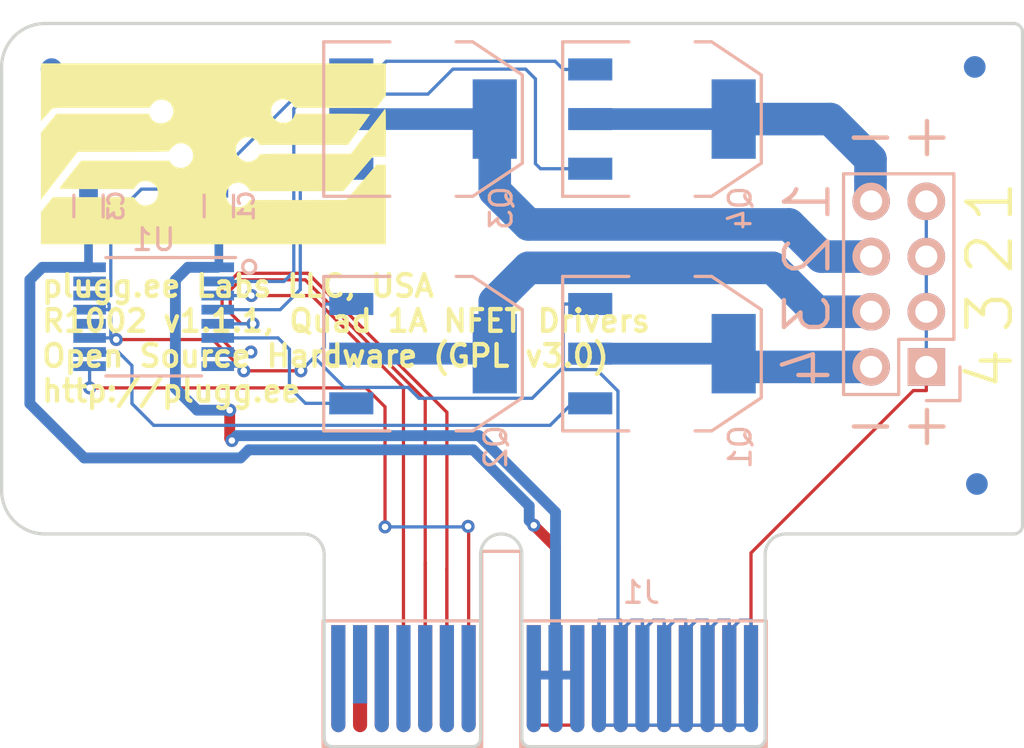
<source format=kicad_pcb>
(kicad_pcb (version 20171130) (host pcbnew "(5.1.12)-1")

  (general
    (thickness 1.6)
    (drawings 39)
    (tracks 352)
    (zones 0)
    (modules 13)
    (nets 26)
  )

  (page A4)
  (layers
    (0 F.Cu signal)
    (31 B.Cu signal)
    (32 B.Adhes user)
    (33 F.Adhes user hide)
    (34 B.Paste user)
    (35 F.Paste user)
    (36 B.SilkS user)
    (37 F.SilkS user)
    (38 B.Mask user hide)
    (39 F.Mask user hide)
    (40 Dwgs.User user)
    (41 Cmts.User user)
    (42 Eco1.User user)
    (43 Eco2.User user)
    (44 Edge.Cuts user)
    (45 Margin user)
    (46 B.CrtYd user)
    (47 F.CrtYd user)
    (48 B.Fab user)
    (49 F.Fab user)
  )

  (setup
    (last_trace_width 0.15)
    (user_trace_width 0.2)
    (user_trace_width 0.3)
    (user_trace_width 0.4)
    (user_trace_width 0.5)
    (user_trace_width 1)
    (user_trace_width 1.5)
    (trace_clearance 0.15)
    (zone_clearance 0.22)
    (zone_45_only yes)
    (trace_min 0.15)
    (via_size 0.6)
    (via_drill 0.3)
    (via_min_size 0.6)
    (via_min_drill 0.3)
    (uvia_size 0.3)
    (uvia_drill 0.1)
    (uvias_allowed no)
    (uvia_min_size 0.2)
    (uvia_min_drill 0.1)
    (edge_width 0.15)
    (segment_width 0.2)
    (pcb_text_width 0.3)
    (pcb_text_size 1.5 1.5)
    (mod_edge_width 0.15)
    (mod_text_size 1 1)
    (mod_text_width 0.15)
    (pad_size 1.524 1.524)
    (pad_drill 0.762)
    (pad_to_mask_clearance 0)
    (aux_axis_origin 0 0)
    (visible_elements 7FFFFFFF)
    (pcbplotparams
      (layerselection 0x010fc_80000001)
      (usegerberextensions false)
      (usegerberattributes true)
      (usegerberadvancedattributes true)
      (creategerberjobfile true)
      (excludeedgelayer true)
      (linewidth 0.100000)
      (plotframeref false)
      (viasonmask false)
      (mode 1)
      (useauxorigin false)
      (hpglpennumber 1)
      (hpglpenspeed 20)
      (hpglpendiameter 15.000000)
      (psnegative false)
      (psa4output false)
      (plotreference true)
      (plotvalue true)
      (plotinvisibletext false)
      (padsonsilk false)
      (subtractmaskfromsilk false)
      (outputformat 1)
      (mirror false)
      (drillshape 0)
      (scaleselection 1)
      (outputdirectory "Gerbers/"))
  )

  (net 0 "")
  (net 1 C2D)
  (net 2 GND)
  (net 3 +3V3)
  (net 4 ID2)
  (net 5 ID3)
  (net 6 RESERVED0)
  (net 7 ID0)
  (net 8 ID1)
  (net 9 HT)
  (net 10 +5V)
  (net 11 PX3)
  (net 12 PX4)
  (net 13 SCL)
  (net 14 SDA)
  (net 15 ~MRESET)
  (net 16 PX1)
  (net 17 PX2)
  (net 18 /GN4)
  (net 19 /GN3)
  (net 20 /GN2)
  (net 21 /GN1)
  (net 22 /DN1)
  (net 23 /DN2)
  (net 24 /DN3)
  (net 25 /DN4)

  (net_class Default "This is the default net class."
    (clearance 0.15)
    (trace_width 0.15)
    (via_dia 0.6)
    (via_drill 0.3)
    (uvia_dia 0.3)
    (uvia_drill 0.1)
    (add_net +3V3)
    (add_net +5V)
    (add_net /DN1)
    (add_net /DN2)
    (add_net /DN3)
    (add_net /DN4)
    (add_net /GN1)
    (add_net /GN2)
    (add_net /GN3)
    (add_net /GN4)
    (add_net C2D)
    (add_net GND)
    (add_net HT)
    (add_net ID0)
    (add_net ID1)
    (add_net ID2)
    (add_net ID3)
    (add_net PX1)
    (add_net PX2)
    (add_net PX3)
    (add_net PX4)
    (add_net RESERVED0)
    (add_net SCL)
    (add_net SDA)
    (add_net ~MRESET)
  )

  (module Main:PCIEXPRESS-X1 (layer B.Cu) (tedit 575B4175) (tstamp 575B4241)
    (at 150 100 180)
    (path /575CF2BC)
    (fp_text reference J1 (at -4.445 3.81 180) (layer B.SilkS)
      (effects (font (size 1 1) (thickness 0.15)) (justify mirror))
    )
    (fp_text value PCIEXPRESS-X1 (at 6.985 3.81 180) (layer B.Fab) hide
      (effects (font (size 1 1) (thickness 0.15)) (justify mirror))
    )
    (fp_line (start 1.09982 2.49936) (end 1.09982 5.69976) (layer B.SilkS) (width 0.15))
    (fp_line (start 1.09982 5.69976) (end 2.90068 5.69976) (layer B.SilkS) (width 0.15))
    (fp_line (start 2.90068 5.69976) (end 2.90068 2.49936) (layer B.SilkS) (width 0.15))
    (fp_line (start -10.20064 2.49936) (end 1.09982 2.49936) (layer B.SilkS) (width 0.15))
    (fp_line (start 1.09982 2.49936) (end 1.09982 -3.29946) (layer B.SilkS) (width 0.15))
    (fp_line (start 1.09982 -3.29946) (end -10.20064 -3.29946) (layer B.SilkS) (width 0.15))
    (fp_line (start -10.20064 -3.29946) (end -10.20064 2.49936) (layer B.SilkS) (width 0.15))
    (fp_line (start 10.20064 2.49936) (end 2.90068 2.49936) (layer B.SilkS) (width 0.15))
    (fp_line (start 2.90068 -3.29946) (end 10.20064 -3.29946) (layer B.SilkS) (width 0.15))
    (fp_line (start 2.90068 2.49936) (end 2.90068 -3.29946) (layer B.SilkS) (width 0.15))
    (fp_line (start 10.20064 2.49936) (end 10.20064 -3.29946) (layer B.SilkS) (width 0.15))
    (pad B18 connect circle (at 9.4996 -2.30124 180) (size 0.65024 0.65024) (layers B.Cu B.Mask)
      (net 1 C2D))
    (pad B1 connect rect (at -9.4996 0 180) (size 0.65024 4.59994) (layers B.Cu B.Mask)
      (net 2 GND))
    (pad B2 connect rect (at -8.49884 0 180) (size 0.65024 4.59994) (layers B.Cu B.Mask)
      (net 2 GND))
    (pad B3 connect rect (at -7.50062 0 180) (size 0.65024 4.59994) (layers B.Cu B.Mask)
      (net 2 GND))
    (pad B4 connect rect (at -6.49986 0 180) (size 0.65024 4.59994) (layers B.Cu B.Mask)
      (net 2 GND))
    (pad B5 connect rect (at -5.4991 0 180) (size 0.65024 4.59994) (layers B.Cu B.Mask)
      (net 2 GND))
    (pad B6 connect rect (at -4.50088 0 180) (size 0.65024 4.59994) (layers B.Cu B.Mask)
      (net 2 GND))
    (pad B7 connect rect (at -3.50012 0 180) (size 0.65024 4.59994) (layers B.Cu B.Mask)
      (net 2 GND))
    (pad B8 connect rect (at -2.49936 0 180) (size 0.65024 4.59994) (layers B.Cu B.Mask)
      (net 2 GND))
    (pad B9 connect rect (at -1.50114 0 180) (size 0.65024 4.59994) (layers B.Cu B.Mask)
      (net 3 +3V3))
    (pad B10 connect rect (at -0.50038 0 180) (size 0.65024 4.59994) (layers B.Cu B.Mask)
      (net 3 +3V3))
    (pad B11 connect rect (at 0.50038 0 180) (size 0.65024 4.59994) (layers B.Cu B.Mask)
      (net 3 +3V3))
    (pad B14 connect rect (at 5.4991 0 180) (size 0.65024 4.59994) (layers B.Cu B.Mask)
      (net 4 ID2))
    (pad B15 connect rect (at 6.49986 0 180) (size 0.65024 4.59994) (layers B.Cu B.Mask)
      (net 5 ID3))
    (pad B16 connect rect (at 7.50062 0 180) (size 0.65024 4.59994) (layers B.Cu B.Mask)
      (net 6 RESERVED0))
    (pad B17 connect rect (at 8.49884 0.50038 180) (size 0.65024 3.59918) (layers B.Cu B.Mask))
    (pad B18 connect rect (at 9.4996 0 180) (size 0.65024 4.59994) (layers B.Cu B.Mask)
      (net 1 C2D))
    (pad B12 connect rect (at 3.50012 0 180) (size 0.65024 4.59994) (layers B.Cu B.Mask)
      (net 7 ID0))
    (pad B13 connect rect (at 4.50088 0 180) (size 0.65024 4.59994) (layers B.Cu B.Mask)
      (net 8 ID1))
    (pad A1 connect rect (at -9.4996 0.50038 180) (size 0.65024 3.59918) (layers F.Cu F.Mask)
      (net 9 HT))
    (pad A2 connect rect (at -8.49884 0 180) (size 0.65024 4.59994) (layers F.Cu F.Mask)
      (net 9 HT))
    (pad A3 connect rect (at -7.50062 0 180) (size 0.65024 4.59994) (layers F.Cu F.Mask)
      (net 9 HT))
    (pad A4 connect rect (at -6.49986 0 180) (size 0.65024 4.59994) (layers F.Cu F.Mask)
      (net 9 HT))
    (pad A5 connect rect (at -5.4991 0 180) (size 0.65024 4.59994) (layers F.Cu F.Mask)
      (net 9 HT))
    (pad A6 connect rect (at -4.50088 0 180) (size 0.65024 4.59994) (layers F.Cu F.Mask)
      (net 9 HT))
    (pad A7 connect rect (at -3.50012 0 180) (size 0.65024 4.59994) (layers F.Cu F.Mask)
      (net 9 HT))
    (pad A8 connect rect (at -2.49936 0 180) (size 0.65024 4.59994) (layers F.Cu F.Mask)
      (net 9 HT))
    (pad A9 connect rect (at -1.50114 0 180) (size 0.65024 4.59994) (layers F.Cu F.Mask)
      (net 10 +5V))
    (pad A10 connect rect (at -0.50038 0 180) (size 0.65024 4.59994) (layers F.Cu F.Mask)
      (net 10 +5V))
    (pad A11 connect rect (at 0.50038 0 180) (size 0.65024 4.59994) (layers F.Cu F.Mask)
      (net 10 +5V))
    (pad A14 connect rect (at 5.4991 0 180) (size 0.65024 4.59994) (layers F.Cu F.Mask)
      (net 11 PX3))
    (pad A15 connect rect (at 6.49986 0 180) (size 0.65024 4.59994) (layers F.Cu F.Mask)
      (net 12 PX4))
    (pad A16 connect rect (at 7.50062 0 180) (size 0.65024 4.59994) (layers F.Cu F.Mask)
      (net 13 SCL))
    (pad A17 connect rect (at 8.49884 0 180) (size 0.65024 4.59994) (layers F.Cu F.Mask)
      (net 14 SDA))
    (pad A18 connect rect (at 9.4996 0 180) (size 0.65024 4.59994) (layers F.Cu F.Mask)
      (net 15 ~MRESET))
    (pad A12 connect rect (at 3.50012 0 180) (size 0.65024 4.59994) (layers F.Cu F.Mask)
      (net 16 PX1))
    (pad A13 connect rect (at 4.50088 0 180) (size 0.65024 4.59994) (layers F.Cu F.Mask)
      (net 17 PX2))
    (pad B3 connect circle (at -7.50062 -2.30124 180) (size 0.65024 0.65024) (layers B.Cu B.Mask)
      (net 2 GND))
    (pad B4 connect circle (at -6.49986 -2.30124 180) (size 0.65024 0.65024) (layers B.Cu B.Mask)
      (net 2 GND))
    (pad B5 connect circle (at -5.4991 -2.30124 180) (size 0.65024 0.65024) (layers B.Cu B.Mask)
      (net 2 GND))
    (pad B6 connect circle (at -4.50088 -2.30124 180) (size 0.65024 0.65024) (layers B.Cu B.Mask)
      (net 2 GND))
    (pad B7 connect circle (at -3.50012 -2.30124 180) (size 0.65024 0.65024) (layers B.Cu B.Mask)
      (net 2 GND))
    (pad B8 connect circle (at -2.49936 -2.30124 180) (size 0.65024 0.65024) (layers B.Cu B.Mask)
      (net 2 GND))
    (pad B9 connect circle (at -1.50114 -2.30124 180) (size 0.65024 0.65024) (layers B.Cu B.Mask)
      (net 3 +3V3))
    (pad B10 connect circle (at -0.50038 -2.30124 180) (size 0.65024 0.65024) (layers B.Cu B.Mask)
      (net 3 +3V3))
    (pad B11 connect circle (at 0.50038 -2.30124 180) (size 0.65024 0.65024) (layers B.Cu B.Mask)
      (net 3 +3V3))
    (pad B1 connect circle (at -9.4996 -2.30124 180) (size 0.65024 0.65024) (layers B.Cu B.Mask)
      (net 2 GND))
    (pad B12 connect circle (at 3.50012 -2.30124 180) (size 0.65024 0.65024) (layers B.Cu B.Mask)
      (net 7 ID0))
    (pad B13 connect circle (at 4.50088 -2.30124 180) (size 0.65024 0.65024) (layers B.Cu B.Mask)
      (net 8 ID1))
    (pad B14 connect circle (at 5.4991 -2.30124 180) (size 0.65024 0.65024) (layers B.Cu B.Mask)
      (net 4 ID2))
    (pad B15 connect circle (at 6.49986 -2.30124 180) (size 0.65024 0.65024) (layers B.Cu B.Mask)
      (net 5 ID3))
    (pad B16 connect circle (at 7.50062 -2.30124 180) (size 0.65024 0.65024) (layers B.Cu B.Mask)
      (net 6 RESERVED0))
    (pad B2 connect circle (at -8.49884 -2.30124 180) (size 0.65024 0.65024) (layers B.Cu B.Mask)
      (net 2 GND))
    (pad A4 connect oval (at -6.49986 -2.30124 90) (size 0.65024 0.65024) (layers F.Cu F.Mask)
      (net 9 HT))
    (pad A5 connect oval (at -5.4991 -2.30124 90) (size 0.65024 0.65024) (layers F.Cu F.Mask)
      (net 9 HT))
    (pad A6 connect oval (at -4.50088 -2.30124 90) (size 0.65024 0.65024) (layers F.Cu F.Mask)
      (net 9 HT))
    (pad A7 connect oval (at -3.50012 -2.30124 90) (size 0.65024 0.65024) (layers F.Cu F.Mask)
      (net 9 HT))
    (pad A8 connect oval (at -2.49936 -2.30124 90) (size 0.65024 0.65024) (layers F.Cu F.Mask)
      (net 9 HT))
    (pad A9 connect oval (at -1.50114 -2.30124 90) (size 0.65024 0.65024) (layers F.Cu F.Mask)
      (net 10 +5V))
    (pad A10 connect oval (at -0.50038 -2.30124 90) (size 0.65024 0.65024) (layers F.Cu F.Mask)
      (net 10 +5V))
    (pad A14 connect oval (at 5.4991 -2.30124 90) (size 0.65024 0.65024) (layers F.Cu F.Mask)
      (net 11 PX3))
    (pad A15 connect oval (at 6.49986 -2.30124 90) (size 0.65024 0.65024) (layers F.Cu F.Mask)
      (net 12 PX4))
    (pad A3 connect oval (at -7.50062 -2.30124 90) (size 0.65024 0.65024) (layers F.Cu F.Mask)
      (net 9 HT))
    (pad A13 connect oval (at 4.50088 -2.30124 90) (size 0.65024 0.65024) (layers F.Cu F.Mask)
      (net 17 PX2))
    (pad A16 connect oval (at 7.50062 -2.30124 90) (size 0.65024 0.65024) (layers F.Cu F.Mask)
      (net 13 SCL))
    (pad A11 connect oval (at 0.50038 -2.30124 90) (size 0.65024 0.65024) (layers F.Cu F.Mask)
      (net 10 +5V))
    (pad A12 connect oval (at 3.50012 -2.30124 90) (size 0.65024 0.65024) (layers F.Cu F.Mask)
      (net 16 PX1))
    (pad A17 connect oval (at 8.49884 -2.30124 90) (size 0.65024 0.65024) (layers F.Cu F.Mask)
      (net 14 SDA))
    (pad A18 connect oval (at 9.4996 -2.30124 90) (size 0.65024 0.65024) (layers F.Cu F.Mask)
      (net 15 ~MRESET))
    (pad A2 connect oval (at -8.49884 -2.30124 90) (size 0.65024 0.65024) (layers F.Cu F.Mask)
      (net 9 HT))
  )

  (module TO_SOT_Packages_SMD:SOT-223 (layer B.Cu) (tedit 58D5BEFA) (tstamp 5772DC4D)
    (at 155.4 85.2 90)
    (descr "module CMS SOT223 4 pins")
    (tags "CMS SOT")
    (path /5772D96F)
    (zone_connect 2)
    (attr smd)
    (fp_text reference Q1 (at -4.3 3.6 90) (layer B.SilkS)
      (effects (font (size 1 1) (thickness 0.15)) (justify mirror))
    )
    (fp_text value Q_NMOS_GDSD (at 0 -0.762 90) (layer B.Fab)
      (effects (font (size 1 1) (thickness 0.15)) (justify mirror))
    )
    (fp_line (start -3.556 -1.524) (end -3.556 -4.572) (layer B.SilkS) (width 0.15))
    (fp_line (start -3.556 -4.572) (end 3.556 -4.572) (layer B.SilkS) (width 0.15))
    (fp_line (start 3.556 -4.572) (end 3.556 -1.524) (layer B.SilkS) (width 0.15))
    (fp_line (start -3.556 1.524) (end -3.556 2.286) (layer B.SilkS) (width 0.15))
    (fp_line (start -3.556 2.286) (end -2.032 4.572) (layer B.SilkS) (width 0.15))
    (fp_line (start -2.032 4.572) (end 2.032 4.572) (layer B.SilkS) (width 0.15))
    (fp_line (start 2.032 4.572) (end 3.556 2.286) (layer B.SilkS) (width 0.15))
    (fp_line (start 3.556 2.286) (end 3.556 1.524) (layer B.SilkS) (width 0.15))
    (pad 4 smd rect (at 0 3.302 90) (size 3.6576 2.032) (layers B.Cu B.Paste B.Mask)
      (net 25 /DN4) (zone_connect 2))
    (pad 2 smd rect (at 0 -3.302 90) (size 1.016 2.032) (layers B.Cu B.Paste B.Mask)
      (net 25 /DN4) (zone_connect 2))
    (pad 3 smd rect (at 2.286 -3.302 90) (size 1.016 2.032) (layers B.Cu B.Paste B.Mask)
      (net 2 GND) (zone_connect 2))
    (pad 1 smd rect (at -2.286 -3.302 90) (size 1.016 2.032) (layers B.Cu B.Paste B.Mask)
      (net 18 /GN4) (zone_connect 2))
    (model TO_SOT_Packages_SMD.3dshapes/SOT-223.wrl
      (at (xyz 0 0 0))
      (scale (xyz 0.4 0.4 0.4))
      (rotate (xyz 0 0 0))
    )
  )

  (module TO_SOT_Packages_SMD:SOT-223 (layer B.Cu) (tedit 58D5BEFD) (tstamp 5772DC5D)
    (at 144.4 85.2 90)
    (descr "module CMS SOT223 4 pins")
    (tags "CMS SOT")
    (path /5772DEA3)
    (zone_connect 2)
    (attr smd)
    (fp_text reference Q2 (at -4.3 3.35 90) (layer B.SilkS)
      (effects (font (size 1 1) (thickness 0.15)) (justify mirror))
    )
    (fp_text value Q_NMOS_GDSD (at 0 -0.762 90) (layer B.Fab)
      (effects (font (size 1 1) (thickness 0.15)) (justify mirror))
    )
    (fp_line (start -3.556 -1.524) (end -3.556 -4.572) (layer B.SilkS) (width 0.15))
    (fp_line (start -3.556 -4.572) (end 3.556 -4.572) (layer B.SilkS) (width 0.15))
    (fp_line (start 3.556 -4.572) (end 3.556 -1.524) (layer B.SilkS) (width 0.15))
    (fp_line (start -3.556 1.524) (end -3.556 2.286) (layer B.SilkS) (width 0.15))
    (fp_line (start -3.556 2.286) (end -2.032 4.572) (layer B.SilkS) (width 0.15))
    (fp_line (start -2.032 4.572) (end 2.032 4.572) (layer B.SilkS) (width 0.15))
    (fp_line (start 2.032 4.572) (end 3.556 2.286) (layer B.SilkS) (width 0.15))
    (fp_line (start 3.556 2.286) (end 3.556 1.524) (layer B.SilkS) (width 0.15))
    (pad 4 smd rect (at 0 3.302 90) (size 3.6576 2.032) (layers B.Cu B.Paste B.Mask)
      (net 24 /DN3) (zone_connect 2))
    (pad 2 smd rect (at 0 -3.302 90) (size 1.016 2.032) (layers B.Cu B.Paste B.Mask)
      (net 24 /DN3) (zone_connect 2))
    (pad 3 smd rect (at 2.286 -3.302 90) (size 1.016 2.032) (layers B.Cu B.Paste B.Mask)
      (net 2 GND) (zone_connect 2))
    (pad 1 smd rect (at -2.286 -3.302 90) (size 1.016 2.032) (layers B.Cu B.Paste B.Mask)
      (net 19 /GN3) (zone_connect 2))
    (model TO_SOT_Packages_SMD.3dshapes/SOT-223.wrl
      (at (xyz 0 0 0))
      (scale (xyz 0.4 0.4 0.4))
      (rotate (xyz 0 0 0))
    )
  )

  (module TO_SOT_Packages_SMD:SOT-223 (layer B.Cu) (tedit 58D5BEE4) (tstamp 5772DC6D)
    (at 144.4 74.4 90)
    (descr "module CMS SOT223 4 pins")
    (tags "CMS SOT")
    (path /5772DF33)
    (zone_connect 2)
    (attr smd)
    (fp_text reference Q3 (at -4.1 3.6 90) (layer B.SilkS)
      (effects (font (size 1 1) (thickness 0.15)) (justify mirror))
    )
    (fp_text value Q_NMOS_GDSD (at 0 -0.762 90) (layer B.Fab)
      (effects (font (size 1 1) (thickness 0.15)) (justify mirror))
    )
    (fp_line (start -3.556 -1.524) (end -3.556 -4.572) (layer B.SilkS) (width 0.15))
    (fp_line (start -3.556 -4.572) (end 3.556 -4.572) (layer B.SilkS) (width 0.15))
    (fp_line (start 3.556 -4.572) (end 3.556 -1.524) (layer B.SilkS) (width 0.15))
    (fp_line (start -3.556 1.524) (end -3.556 2.286) (layer B.SilkS) (width 0.15))
    (fp_line (start -3.556 2.286) (end -2.032 4.572) (layer B.SilkS) (width 0.15))
    (fp_line (start -2.032 4.572) (end 2.032 4.572) (layer B.SilkS) (width 0.15))
    (fp_line (start 2.032 4.572) (end 3.556 2.286) (layer B.SilkS) (width 0.15))
    (fp_line (start 3.556 2.286) (end 3.556 1.524) (layer B.SilkS) (width 0.15))
    (pad 4 smd rect (at 0 3.302 90) (size 3.6576 2.032) (layers B.Cu B.Paste B.Mask)
      (net 23 /DN2) (zone_connect 2))
    (pad 2 smd rect (at 0 -3.302 90) (size 1.016 2.032) (layers B.Cu B.Paste B.Mask)
      (net 23 /DN2) (zone_connect 2))
    (pad 3 smd rect (at 2.286 -3.302 90) (size 1.016 2.032) (layers B.Cu B.Paste B.Mask)
      (net 2 GND) (zone_connect 2))
    (pad 1 smd rect (at -2.286 -3.302 90) (size 1.016 2.032) (layers B.Cu B.Paste B.Mask)
      (net 20 /GN2) (zone_connect 2))
    (model TO_SOT_Packages_SMD.3dshapes/SOT-223.wrl
      (at (xyz 0 0 0))
      (scale (xyz 0.4 0.4 0.4))
      (rotate (xyz 0 0 0))
    )
  )

  (module TO_SOT_Packages_SMD:SOT-223 (layer B.Cu) (tedit 58D5BEF4) (tstamp 5772DC7D)
    (at 155.4 74.4 90)
    (descr "module CMS SOT223 4 pins")
    (tags "CMS SOT")
    (path /5772DF9C)
    (zone_connect 2)
    (attr smd)
    (fp_text reference Q4 (at -4.1 3.6 90) (layer B.SilkS)
      (effects (font (size 1 1) (thickness 0.15)) (justify mirror))
    )
    (fp_text value Q_NMOS_GDSD (at 0 -0.762 90) (layer B.Fab)
      (effects (font (size 1 1) (thickness 0.15)) (justify mirror))
    )
    (fp_line (start -3.556 -1.524) (end -3.556 -4.572) (layer B.SilkS) (width 0.15))
    (fp_line (start -3.556 -4.572) (end 3.556 -4.572) (layer B.SilkS) (width 0.15))
    (fp_line (start 3.556 -4.572) (end 3.556 -1.524) (layer B.SilkS) (width 0.15))
    (fp_line (start -3.556 1.524) (end -3.556 2.286) (layer B.SilkS) (width 0.15))
    (fp_line (start -3.556 2.286) (end -2.032 4.572) (layer B.SilkS) (width 0.15))
    (fp_line (start -2.032 4.572) (end 2.032 4.572) (layer B.SilkS) (width 0.15))
    (fp_line (start 2.032 4.572) (end 3.556 2.286) (layer B.SilkS) (width 0.15))
    (fp_line (start 3.556 2.286) (end 3.556 1.524) (layer B.SilkS) (width 0.15))
    (pad 4 smd rect (at 0 3.302 90) (size 3.6576 2.032) (layers B.Cu B.Paste B.Mask)
      (net 22 /DN1) (zone_connect 2))
    (pad 2 smd rect (at 0 -3.302 90) (size 1.016 2.032) (layers B.Cu B.Paste B.Mask)
      (net 22 /DN1) (zone_connect 2))
    (pad 3 smd rect (at 2.286 -3.302 90) (size 1.016 2.032) (layers B.Cu B.Paste B.Mask)
      (net 2 GND) (zone_connect 2))
    (pad 1 smd rect (at -2.286 -3.302 90) (size 1.016 2.032) (layers B.Cu B.Paste B.Mask)
      (net 21 /GN1) (zone_connect 2))
    (model TO_SOT_Packages_SMD.3dshapes/SOT-223.wrl
      (at (xyz 0 0 0))
      (scale (xyz 0.4 0.4 0.4))
      (rotate (xyz 0 0 0))
    )
  )

  (module pluggee:pluggeeLabsIcon-16X8 (layer F.Cu) (tedit 0) (tstamp 58D57896)
    (at 134.75 76 180)
    (path /58D578C8)
    (fp_text reference A1 (at 0 0 180) (layer F.SilkS) hide
      (effects (font (size 1.524 1.524) (thickness 0.3)))
    )
    (fp_text value ART (at 0.75 0 180) (layer F.SilkS) hide
      (effects (font (size 1.524 1.524) (thickness 0.3)))
    )
    (fp_poly (pts (xy 7.9375 -2.672447) (xy 7.391846 -2.000251) (xy 5.524684 -2.00025) (xy 3.657522 -2.00025)
      (xy 3.593078 -2.109474) (xy 3.52497 -2.195927) (xy 3.432187 -2.280637) (xy 3.399991 -2.30383)
      (xy 3.316515 -2.352706) (xy 3.240573 -2.375634) (xy 3.144042 -2.378874) (xy 3.079872 -2.375112)
      (xy 2.891651 -2.333311) (xy 2.736834 -2.241349) (xy 2.622568 -2.10544) (xy 2.556003 -1.931796)
      (xy 2.553114 -1.917327) (xy 2.546188 -1.737138) (xy 2.590288 -1.579105) (xy 2.675815 -1.4471)
      (xy 2.793167 -1.344997) (xy 2.932745 -1.276667) (xy 3.084946 -1.245984) (xy 3.240171 -1.25682)
      (xy 3.38882 -1.313047) (xy 3.521291 -1.418539) (xy 3.585131 -1.501041) (xy 3.661888 -1.619251)
      (xy 5.388818 -1.619251) (xy 5.776474 -1.618983) (xy 6.104767 -1.618114) (xy 6.377835 -1.61655)
      (xy 6.599813 -1.614192) (xy 6.774837 -1.610945) (xy 6.907042 -1.606712) (xy 7.000566 -1.601397)
      (xy 7.059543 -1.594903) (xy 7.08811 -1.587134) (xy 7.091638 -1.579563) (xy 7.065771 -1.544591)
      (xy 7.005869 -1.467368) (xy 6.917656 -1.355153) (xy 6.806857 -1.215207) (xy 6.679194 -1.054789)
      (xy 6.57845 -0.928688) (xy 6.089372 -0.317501) (xy 4.052748 -0.317701) (xy 2.016125 -0.317902)
      (xy 1.962419 -0.412289) (xy 1.861679 -0.529425) (xy 1.722559 -0.611213) (xy 1.562839 -0.65194)
      (xy 1.400298 -0.645894) (xy 1.315286 -0.620207) (xy 1.142547 -0.516676) (xy 1.016597 -0.370744)
      (xy 0.964805 -0.264947) (xy 0.929341 -0.094751) (xy 0.947704 0.069007) (xy 1.01162 0.217747)
      (xy 1.112814 0.34289) (xy 1.243011 0.435856) (xy 1.393938 0.488067) (xy 1.557318 0.490942)
      (xy 1.666226 0.46231) (xy 1.752506 0.416273) (xy 1.847441 0.346197) (xy 1.935782 0.266066)
      (xy 2.00228 0.189862) (xy 2.031684 0.131569) (xy 2.032 0.126908) (xy 2.063614 0.119836)
      (xy 2.157925 0.113631) (xy 2.314135 0.108305) (xy 2.531448 0.103871) (xy 2.809065 0.10034)
      (xy 3.14619 0.097725) (xy 3.542025 0.096037) (xy 3.995772 0.095289) (xy 4.137175 0.09525)
      (xy 6.242351 0.095249) (xy 7.089925 -1.003648) (xy 7.9375 -2.102545) (xy 7.9375 0.977376)
      (xy 7.580312 1.408741) (xy 7.223125 1.840105) (xy 5.090399 1.840802) (xy 2.957674 1.8415)
      (xy 2.922728 1.735612) (xy 2.845738 1.592506) (xy 2.729856 1.488125) (xy 2.587116 1.423263)
      (xy 2.429552 1.398715) (xy 2.269197 1.415274) (xy 2.118086 1.473735) (xy 1.988253 1.574891)
      (xy 1.91778 1.669291) (xy 1.850254 1.839804) (xy 1.839916 2.010188) (xy 1.881276 2.170131)
      (xy 1.968845 2.309316) (xy 2.097132 2.417429) (xy 2.260649 2.484157) (xy 2.359484 2.499199)
      (xy 2.540921 2.482357) (xy 2.701006 2.407286) (xy 2.832592 2.277645) (xy 2.854881 2.245459)
      (xy 2.931638 2.12725) (xy 5.162894 2.12725) (xy 5.59363 2.127189) (xy 5.965311 2.126931)
      (xy 6.282381 2.126361) (xy 6.549286 2.125366) (xy 6.770468 2.123831) (xy 6.950374 2.121642)
      (xy 7.093448 2.118685) (xy 7.204134 2.114845) (xy 7.286877 2.110009) (xy 7.346122 2.104062)
      (xy 7.386313 2.096891) (xy 7.411895 2.08838) (xy 7.427313 2.078416) (xy 7.435637 2.068873)
      (xy 7.47392 2.021825) (xy 7.544397 1.941065) (xy 7.635882 1.839258) (xy 7.707312 1.761298)
      (xy 7.9375 1.512098) (xy 7.9375 4.15925) (xy -7.9375 4.15925) (xy -7.9375 2.688196)
      (xy -7.509706 2.12725) (xy -5.63124 2.12725) (xy -3.752773 2.127249) (xy -3.688329 2.236473)
      (xy -3.571643 2.37785) (xy -3.423244 2.472213) (xy -3.255893 2.515964) (xy -3.082352 2.505506)
      (xy -2.935025 2.448817) (xy -2.78592 2.335518) (xy -2.692871 2.193123) (xy -2.653784 2.018042)
      (xy -2.652212 1.964385) (xy -2.658491 1.84716) (xy -2.681995 1.763529) (xy -2.73228 1.684047)
      (xy -2.750828 1.660542) (xy -2.881344 1.528115) (xy -3.019707 1.451293) (xy -3.180728 1.422562)
      (xy -3.221213 1.421954) (xy -3.40284 1.448299) (xy -3.555673 1.51942) (xy -3.669787 1.628645)
      (xy -3.734757 1.767283) (xy -3.753384 1.8415) (xy -5.480317 1.8415) (xy -5.804828 1.84115)
      (xy -6.109463 1.840144) (xy -6.38846 1.838547) (xy -6.636056 1.836426) (xy -6.846485 1.833845)
      (xy -7.013986 1.830869) (xy -7.132794 1.827565) (xy -7.197146 1.823999) (xy -7.207251 1.821876)
      (xy -7.189178 1.792127) (xy -7.138199 1.718128) (xy -7.059177 1.606677) (xy -6.956972 1.464575)
      (xy -6.836444 1.298619) (xy -6.702454 1.115609) (xy -6.696495 1.107501) (xy -6.185739 0.41275)
      (xy -2.125889 0.41275) (xy -2.090247 0.490975) (xy -2.027738 0.573654) (xy -1.924235 0.657612)
      (xy -1.800249 0.728336) (xy -1.703337 0.76475) (xy -1.545731 0.777984) (xy -1.393042 0.737467)
      (xy -1.255042 0.652763) (xy -1.141503 0.533435) (xy -1.062197 0.389048) (xy -1.026896 0.229165)
      (xy -1.034201 0.109895) (xy -1.094207 -0.056773) (xy -1.199417 -0.19582) (xy -1.337729 -0.299435)
      (xy -1.497039 -0.359809) (xy -1.665245 -0.36913) (xy -1.74984 -0.351926) (xy -1.85936 -0.303082)
      (xy -1.968986 -0.228669) (xy -2.059232 -0.144309) (xy -2.110612 -0.065628) (xy -2.111996 -0.061545)
      (xy -2.117415 -0.049345) (xy -2.12838 -0.038873) (xy -2.149438 -0.029997) (xy -2.185134 -0.022586)
      (xy -2.240013 -0.016507) (xy -2.318623 -0.01163) (xy -2.425507 -0.00782) (xy -2.565212 -0.004948)
      (xy -2.742284 -0.002881) (xy -2.961268 -0.001487) (xy -3.226711 -0.000633) (xy -3.543157 -0.000189)
      (xy -3.915152 -0.000023) (xy -4.232906 0) (xy -6.334282 0) (xy -7.096204 1.005741)
      (xy -7.264754 1.228202) (xy -7.422305 1.436092) (xy -7.564506 1.623676) (xy -7.687006 1.785216)
      (xy -7.785453 1.914975) (xy -7.855499 2.007217) (xy -7.892791 2.056203) (xy -7.896803 2.061429)
      (xy -7.907366 2.063054) (xy -7.91597 2.034729) (xy -7.922793 1.971604) (xy -7.928017 1.868832)
      (xy -7.931821 1.72156) (xy -7.934385 1.524941) (xy -7.935889 1.274125) (xy -7.936491 0.992187)
      (xy -7.9375 -0.127) (xy -7.33864 -0.127) (xy -6.661758 -0.919663) (xy -5.984875 -1.712326)
      (xy -3.836949 -1.713413) (xy -1.689023 -1.714501) (xy -1.624579 -1.605277) (xy -1.511671 -1.469556)
      (xy -1.363986 -1.373267) (xy -1.198946 -1.326564) (xy -1.141587 -1.323789) (xy -0.969591 -1.351361)
      (xy -0.819933 -1.431996) (xy -0.689389 -1.562438) (xy -0.604399 -1.712563) (xy -0.574047 -1.873662)
      (xy -0.593346 -2.034858) (xy -0.657311 -2.185273) (xy -0.760959 -2.314027) (xy -0.899304 -2.410244)
      (xy -1.067361 -2.463044) (xy -1.104094 -2.467437) (xy -1.265806 -2.454635) (xy -1.421591 -2.395068)
      (xy -1.550438 -2.298656) (xy -1.603375 -2.231661) (xy -1.666875 -2.129697) (xy -3.893755 -2.128474)
      (xy -6.120634 -2.12725) (xy -6.811924 -1.317625) (xy -7.503215 -0.508) (xy -7.9375 -0.508)
      (xy -7.9375 -4.15925) (xy 7.9375 -4.15925) (xy 7.9375 -2.672447)) (layer F.SilkS) (width 0.01))
  )

  (module Main:SOP65P500X440X120-16 (layer B.Cu) (tedit 58D590A0) (tstamp 5772DCF7)
    (at 132 83.5 180)
    (descr "16-Lead Plastic Thin Shrink Small Outline (ST)-4.4 mm Body [TSSOP] (see Microchip Packaging Specification 00000049BS.pdf)")
    (tags "SSOP 0.65")
    (path /5772D7E8)
    (attr smd)
    (fp_text reference U1 (at 0 3.55 180) (layer B.SilkS)
      (effects (font (size 1 1) (thickness 0.15)) (justify mirror))
    )
    (fp_text value MC14504B-TSSOP (at 0 0 180) (layer B.Fab) hide
      (effects (font (size 0.15 0.15) (thickness 0.03175)) (justify mirror))
    )
    (fp_circle (center -4.4 2.3) (end -4.1 2.3) (layer B.SilkS) (width 0.1524))
    (fp_line (start -3.95 2.8) (end -3.95 -2.8) (layer B.CrtYd) (width 0.05))
    (fp_line (start 3.95 2.8) (end 3.95 -2.8) (layer B.CrtYd) (width 0.05))
    (fp_line (start -3.95 2.8) (end 3.95 2.8) (layer B.CrtYd) (width 0.05))
    (fp_line (start -3.95 -2.8) (end 3.95 -2.8) (layer B.CrtYd) (width 0.05))
    (fp_line (start -2.2 -2.725) (end 2.2 -2.725) (layer B.SilkS) (width 0.15))
    (fp_line (start -3.775 2.725) (end 2.2 2.725) (layer B.SilkS) (width 0.15))
    (pad 1 smd rect (at -2.95 2.275 180) (size 1.5 0.45) (layers B.Cu B.Paste B.Mask)
      (net 3 +3V3))
    (pad 2 smd rect (at -2.95 1.625 180) (size 1.5 0.45) (layers B.Cu B.Paste B.Mask)
      (net 21 /GN1))
    (pad 3 smd rect (at -2.95 0.975 180) (size 1.5 0.45) (layers B.Cu B.Paste B.Mask)
      (net 12 PX4))
    (pad 4 smd rect (at -2.95 0.325 180) (size 1.5 0.45) (layers B.Cu B.Paste B.Mask)
      (net 20 /GN2))
    (pad 5 smd rect (at -2.95 -0.325 180) (size 1.5 0.45) (layers B.Cu B.Paste B.Mask)
      (net 11 PX3))
    (pad 6 smd rect (at -2.95 -0.975 180) (size 1.5 0.45) (layers B.Cu B.Paste B.Mask)
      (net 19 /GN3))
    (pad 7 smd rect (at -2.95 -1.625 180) (size 1.5 0.45) (layers B.Cu B.Paste B.Mask)
      (net 17 PX2))
    (pad 8 smd rect (at -2.95 -2.275 180) (size 1.5 0.45) (layers B.Cu B.Paste B.Mask)
      (net 2 GND))
    (pad 9 smd rect (at 2.95 -2.275 180) (size 1.5 0.45) (layers B.Cu B.Paste B.Mask)
      (net 16 PX1))
    (pad 10 smd rect (at 2.95 -1.625 180) (size 1.5 0.45) (layers B.Cu B.Paste B.Mask)
      (net 18 /GN4))
    (pad 11 smd rect (at 2.95 -0.975 180) (size 1.5 0.45) (layers B.Cu B.Paste B.Mask)
      (net 2 GND))
    (pad 12 smd rect (at 2.95 -0.325 180) (size 1.5 0.45) (layers B.Cu B.Paste B.Mask))
    (pad 13 smd rect (at 2.95 0.325 180) (size 1.5 0.45) (layers B.Cu B.Paste B.Mask)
      (net 2 GND))
    (pad 14 smd rect (at 2.95 0.975 180) (size 1.5 0.45) (layers B.Cu B.Paste B.Mask)
      (net 2 GND))
    (pad 15 smd rect (at 2.95 1.625 180) (size 1.5 0.45) (layers B.Cu B.Paste B.Mask))
    (pad 16 smd rect (at 2.95 2.275 180) (size 1.5 0.45) (layers B.Cu B.Paste B.Mask)
      (net 10 +5V))
    (model Housings_SSOP.3dshapes/TSSOP-16_4.4x5mm_Pitch0.65mm.wrl
      (at (xyz 0 0 0))
      (scale (xyz 1 1 1))
      (rotate (xyz 0 0 0))
    )
  )

  (module Main:FIDTOP001 (layer B.Cu) (tedit 58DA055C) (tstamp 58DA0559)
    (at 127.3 72.1)
    (descr "Circular Fiducial, 1mm bare copper top; 2.54mm keepout")
    (tags marker)
    (path /58DA0750)
    (attr virtual)
    (fp_text reference FID1 (at 0 -2.3) (layer B.SilkS) hide
      (effects (font (size 0.7 0.7) (thickness 0.15)) (justify mirror))
    )
    (fp_text value FIDTOP001 (at 0 1.8) (layer B.Fab) hide
      (effects (font (size 0.127 0.127) (thickness 0.03)) (justify mirror))
    )
    (fp_circle (center 0 0) (end 1.55 0) (layer B.CrtYd) (width 0.05))
    (pad ~ smd circle (at 0 0) (size 1 1) (layers B.Cu B.Mask)
      (solder_mask_margin 0.77) (clearance 0.77))
  )

  (module Main:FIDTOP001 (layer B.Cu) (tedit 58DA055A) (tstamp 58DA055F)
    (at 169.9 91.2)
    (descr "Circular Fiducial, 1mm bare copper top; 2.54mm keepout")
    (tags marker)
    (path /58DA07A1)
    (attr virtual)
    (fp_text reference FID2 (at 0 -2.3) (layer B.SilkS) hide
      (effects (font (size 0.7 0.7) (thickness 0.15)) (justify mirror))
    )
    (fp_text value FIDTOP001 (at 0 1.8) (layer B.Fab) hide
      (effects (font (size 0.127 0.127) (thickness 0.03)) (justify mirror))
    )
    (fp_circle (center 0 0) (end 1.55 0) (layer B.CrtYd) (width 0.05))
    (pad ~ smd circle (at 0 0) (size 1 1) (layers B.Cu B.Mask)
      (solder_mask_margin 0.77) (clearance 0.77))
  )

  (module Main:FIDTOP001 (layer B.Cu) (tedit 58DA055E) (tstamp 58DA0565)
    (at 169.8 72)
    (descr "Circular Fiducial, 1mm bare copper top; 2.54mm keepout")
    (tags marker)
    (path /58DA07F2)
    (attr virtual)
    (fp_text reference FID3 (at 0 -2.3) (layer B.SilkS) hide
      (effects (font (size 0.7 0.7) (thickness 0.15)) (justify mirror))
    )
    (fp_text value FIDTOP001 (at 0 1.8) (layer B.Fab) hide
      (effects (font (size 0.127 0.127) (thickness 0.03)) (justify mirror))
    )
    (fp_circle (center 0 0) (end 1.55 0) (layer B.CrtYd) (width 0.05))
    (pad ~ smd circle (at 0 0) (size 1 1) (layers B.Cu B.Mask)
      (solder_mask_margin 0.77) (clearance 0.77))
  )

  (module Main:CAPC0603 (layer B.Cu) (tedit 57E4CC9B) (tstamp 58DA0837)
    (at 135 78.4 90)
    (descr "Resistor SMD 0603, reflow soldering, Vishay (see dcrcw.pdf)")
    (tags "resistor 0603")
    (path /58DA0C99)
    (attr smd)
    (fp_text reference C1 (at 0 1.27 90) (layer B.SilkS)
      (effects (font (size 0.7 0.7) (thickness 0.15)) (justify mirror))
    )
    (fp_text value CC0603KRX7R9BB104 (at 0 -0.508 90) (layer B.Fab)
      (effects (font (size 0.127 0.127) (thickness 0.03)) (justify mirror))
    )
    (fp_line (start -1.3 0.8) (end 1.3 0.8) (layer B.CrtYd) (width 0.05))
    (fp_line (start -1.3 -0.8) (end 1.3 -0.8) (layer B.CrtYd) (width 0.05))
    (fp_line (start -1.3 0.8) (end -1.3 -0.8) (layer B.CrtYd) (width 0.05))
    (fp_line (start 1.3 0.8) (end 1.3 -0.8) (layer B.CrtYd) (width 0.05))
    (fp_line (start 0.5 -0.675) (end -0.5 -0.675) (layer B.SilkS) (width 0.15))
    (fp_line (start -0.5 0.675) (end 0.5 0.675) (layer B.SilkS) (width 0.15))
    (pad 1 smd rect (at -0.7745 0 90) (size 0.787 0.864) (layers B.Cu B.Paste B.Mask)
      (net 3 +3V3))
    (pad 2 smd rect (at 0.7745 0 90) (size 0.787 0.864) (layers B.Cu B.Paste B.Mask)
      (net 2 GND))
    (model main.3dshapes/CAPC0603.wrl
      (at (xyz 0 0 0))
      (scale (xyz 1 1 1))
      (rotate (xyz 0 0 0))
    )
  )

  (module Main:CAPC0603 (layer B.Cu) (tedit 57E4CC9B) (tstamp 58DA0842)
    (at 129 78.4 90)
    (descr "Resistor SMD 0603, reflow soldering, Vishay (see dcrcw.pdf)")
    (tags "resistor 0603")
    (path /58DA0B27)
    (attr smd)
    (fp_text reference C3 (at 0 1.27 90) (layer B.SilkS)
      (effects (font (size 0.7 0.7) (thickness 0.15)) (justify mirror))
    )
    (fp_text value CC0603KRX7R9BB104 (at 0 -0.508 90) (layer B.Fab)
      (effects (font (size 0.127 0.127) (thickness 0.03)) (justify mirror))
    )
    (fp_line (start -1.3 0.8) (end 1.3 0.8) (layer B.CrtYd) (width 0.05))
    (fp_line (start -1.3 -0.8) (end 1.3 -0.8) (layer B.CrtYd) (width 0.05))
    (fp_line (start -1.3 0.8) (end -1.3 -0.8) (layer B.CrtYd) (width 0.05))
    (fp_line (start 1.3 0.8) (end 1.3 -0.8) (layer B.CrtYd) (width 0.05))
    (fp_line (start 0.5 -0.675) (end -0.5 -0.675) (layer B.SilkS) (width 0.15))
    (fp_line (start -0.5 0.675) (end 0.5 0.675) (layer B.SilkS) (width 0.15))
    (pad 1 smd rect (at -0.7745 0 90) (size 0.787 0.864) (layers B.Cu B.Paste B.Mask)
      (net 10 +5V))
    (pad 2 smd rect (at 0.7745 0 90) (size 0.787 0.864) (layers B.Cu B.Paste B.Mask)
      (net 2 GND))
    (model main.3dshapes/CAPC0603.wrl
      (at (xyz 0 0 0))
      (scale (xyz 1 1 1))
      (rotate (xyz 0 0 0))
    )
  )

  (module Main:CONN254P-02X04 (layer B.Cu) (tedit 58F17C9D) (tstamp 58DA0748)
    (at 166.3 82 90)
    (descr "Through hole socket strip")
    (tags "socket strip")
    (path /58DA07AB)
    (fp_text reference J2 (at 0 3.81 90) (layer B.SilkS) hide
      (effects (font (size 1 1) (thickness 0.15)) (justify mirror))
    )
    (fp_text value CONN254P-02X04 (at 0 -3.81 90) (layer B.Fab) hide
      (effects (font (size 0.127 0.127) (thickness 0.03)) (justify mirror))
    )
    (fp_line (start -5.56 3.02) (end -5.56 -3.03) (layer B.CrtYd) (width 0.05))
    (fp_line (start 5.59 3.02) (end 5.59 -3.03) (layer B.CrtYd) (width 0.05))
    (fp_line (start -5.56 3.02) (end 5.59 3.02) (layer B.CrtYd) (width 0.05))
    (fp_line (start -5.56 -3.03) (end 5.59 -3.03) (layer B.CrtYd) (width 0.05))
    (fp_line (start -2.54 2.54) (end 5.08 2.54) (layer B.SilkS) (width 0.15))
    (fp_line (start 5.08 2.54) (end 5.08 -2.54) (layer B.SilkS) (width 0.15))
    (fp_line (start 5.08 -2.54) (end -5.08 -2.54) (layer B.SilkS) (width 0.15))
    (fp_line (start -5.08 -2.54) (end -5.08 0) (layer B.SilkS) (width 0.15))
    (fp_line (start -3.81 2.82) (end -5.36 2.82) (layer B.SilkS) (width 0.15))
    (fp_line (start -5.08 0) (end -2.54 0) (layer B.SilkS) (width 0.15))
    (fp_line (start -2.54 0) (end -2.54 2.54) (layer B.SilkS) (width 0.15))
    (fp_line (start -5.36 2.82) (end -5.36 1.27) (layer B.SilkS) (width 0.15))
    (pad 1 thru_hole rect (at -3.81 1.27 90) (size 1.7272 1.7272) (drill 1.016) (layers *.Cu *.Mask B.SilkS)
      (net 9 HT))
    (pad 2 thru_hole oval (at -3.81 -1.27 90) (size 1.7272 1.7272) (drill 1.016) (layers *.Cu *.Mask B.SilkS)
      (net 25 /DN4))
    (pad 3 thru_hole oval (at -1.27 1.27 90) (size 1.7272 1.7272) (drill 1.016) (layers *.Cu *.Mask B.SilkS)
      (net 9 HT))
    (pad 4 thru_hole oval (at -1.27 -1.27 90) (size 1.7272 1.7272) (drill 1.016) (layers *.Cu *.Mask B.SilkS)
      (net 24 /DN3))
    (pad 5 thru_hole oval (at 1.27 1.27 90) (size 1.7272 1.7272) (drill 1.016) (layers *.Cu *.Mask B.SilkS)
      (net 9 HT))
    (pad 6 thru_hole oval (at 1.27 -1.27 90) (size 1.7272 1.7272) (drill 1.016) (layers *.Cu *.Mask B.SilkS)
      (net 23 /DN2))
    (pad 7 thru_hole oval (at 3.81 1.27 90) (size 1.7272 1.7272) (drill 1.016) (layers *.Cu *.Mask B.SilkS)
      (net 9 HT))
    (pad 8 thru_hole oval (at 3.81 -1.27 90) (size 1.7272 1.7272) (drill 1.016) (layers *.Cu *.Mask B.SilkS)
      (net 22 /DN1))
    (model main.3dshapes/CONN254P-02X04.wrl
      (at (xyz 0 0 0))
      (scale (xyz 1 1 1))
      (rotate (xyz 0 0 0))
    )
  )

  (gr_text 4 (at 162.1 85.8 90) (layer B.SilkS)
    (effects (font (size 2 2) (thickness 0.2)) (justify mirror))
  )
  (gr_text 3 (at 162.1 83.4 90) (layer B.SilkS)
    (effects (font (size 2 2) (thickness 0.2)) (justify mirror))
  )
  (gr_text 2 (at 162.1 80.7 90) (layer B.SilkS)
    (effects (font (size 2 2) (thickness 0.2)) (justify mirror))
  )
  (gr_text 1 (at 162.1 78.2 90) (layer B.SilkS)
    (effects (font (size 2 2) (thickness 0.2)) (justify mirror))
  )
  (gr_text 4 (at 170.5 85.9 90) (layer F.SilkS)
    (effects (font (size 2 2) (thickness 0.2)))
  )
  (gr_text 3 (at 170.5 83.3 90) (layer F.SilkS)
    (effects (font (size 2 2) (thickness 0.2)))
  )
  (gr_text 2 (at 170.5 80.6 90) (layer F.SilkS)
    (effects (font (size 2 2) (thickness 0.2)))
  )
  (gr_text 1 (at 170.5 78.2 90) (layer F.SilkS)
    (effects (font (size 2 2) (thickness 0.2)))
  )
  (gr_text - (at 165 75.1) (layer F.SilkS)
    (effects (font (size 2 2) (thickness 0.2)) (justify mirror))
  )
  (gr_text - (at 165 88.4) (layer F.SilkS)
    (effects (font (size 2 2) (thickness 0.2)) (justify mirror))
  )
  (gr_text + (at 167.6 88.4) (layer F.SilkS)
    (effects (font (size 2 2) (thickness 0.2)) (justify mirror))
  )
  (gr_text + (at 167.6 75.1) (layer F.SilkS)
    (effects (font (size 2 2) (thickness 0.2)) (justify mirror))
  )
  (gr_text - (at 165 75.1) (layer B.SilkS)
    (effects (font (size 2 2) (thickness 0.2)) (justify mirror))
  )
  (gr_text - (at 165 88.4) (layer B.SilkS)
    (effects (font (size 2 2) (thickness 0.2)) (justify mirror))
  )
  (gr_text + (at 167.6 75.1) (layer B.SilkS)
    (effects (font (size 2 2) (thickness 0.2)) (justify mirror))
  )
  (gr_text + (at 167.6 88.4) (layer B.SilkS)
    (effects (font (size 2 2) (thickness 0.2)) (justify mirror))
  )
  (gr_text "plugg.ee Labs LLC, USA\nR1002 v1.1.1, Quad 1A NFET Drivers\nOpen Source Hardware (GPL v3.0)\nhttp://plugg.ee" (at 126.75 84.5) (layer F.SilkS)
    (effects (font (size 1 1) (thickness 0.2)) (justify left))
  )
  (gr_arc (start 171.6 70.4) (end 172 70.4) (angle -90) (layer Edge.Cuts) (width 0.15) (tstamp 575A0A41))
  (gr_arc (start 171.6 93.1) (end 171.6 93.5) (angle -90) (layer Edge.Cuts) (width 0.15) (tstamp 575A09EA))
  (gr_arc (start 159.75 102.9) (end 160.15 102.9) (angle 90) (layer Edge.Cuts) (width 0.15) (tstamp 575A09A8))
  (gr_arc (start 149.35 102.9) (end 148.95 102.9) (angle -90) (layer Edge.Cuts) (width 0.15) (tstamp 575A0946))
  (gr_arc (start 146.65 102.9) (end 147.05 102.9) (angle 90) (layer Edge.Cuts) (width 0.15) (tstamp 575A0797))
  (gr_arc (start 140.25 102.9) (end 139.85 102.9) (angle -90) (layer Edge.Cuts) (width 0.15) (tstamp 575A06FE))
  (gr_arc (start 161.1 94.45) (end 160.15 94.45) (angle 90) (layer Edge.Cuts) (width 0.15) (tstamp 575A048B))
  (gr_arc (start 127 91.5) (end 127 93.5) (angle 90) (layer Edge.Cuts) (width 0.15) (tstamp 575A03AC))
  (gr_arc (start 138.9 94.45) (end 139.85 94.45) (angle -90) (layer Edge.Cuts) (width 0.15) (tstamp 575A0260))
  (gr_arc (start 127 72) (end 125 72) (angle 90) (layer Edge.Cuts) (width 0.15) (tstamp 575A0050))
  (gr_arc (start 148 94.45) (end 147.05 94.45) (angle 180) (layer Edge.Cuts) (width 0.15))
  (gr_line (start 172 70.4) (end 172 93.1) (angle 90) (layer Edge.Cuts) (width 0.15) (tstamp 575A0518))
  (gr_line (start 171.6 93.5) (end 161.1 93.5) (angle 90) (layer Edge.Cuts) (width 0.15) (tstamp 575A04F5))
  (gr_line (start 125 91.5) (end 125 72) (angle 90) (layer Edge.Cuts) (width 0.15) (tstamp 575A0413))
  (gr_line (start 138.9 93.5) (end 127 93.5) (angle 90) (layer Edge.Cuts) (width 0.15) (tstamp 575A0373))
  (gr_line (start 171.6 70) (end 127 70) (angle 90) (layer Edge.Cuts) (width 0.15))
  (gr_line (start 160.15 102.9) (end 160.15 94.45) (angle 90) (layer Edge.Cuts) (width 0.15))
  (gr_line (start 149.35 103.3) (end 159.75 103.3) (angle 90) (layer Edge.Cuts) (width 0.15))
  (gr_line (start 139.85 102.9) (end 139.85 94.45) (angle 90) (layer Edge.Cuts) (width 0.15))
  (gr_line (start 146.65 103.3) (end 140.25 103.3) (angle 90) (layer Edge.Cuts) (width 0.15))
  (gr_line (start 148.95 94.45) (end 148.95 102.9) (angle 90) (layer Edge.Cuts) (width 0.15) (tstamp 57102CF6))
  (gr_line (start 147.05 94.45) (end 147.05 102.9) (angle 90) (layer Edge.Cuts) (width 0.15))

  (segment (start 140.5 101.8376) (end 140.5004 101.838) (width 0.15) (layer B.Cu) (net 1))
  (segment (start 140.5004 101.838) (end 140.5004 102.3012) (width 0.15) (layer B.Cu) (net 1))
  (segment (start 140.5 101.8376) (end 140.5 101.1505) (width 0.15) (layer B.Cu) (net 1))
  (segment (start 140.5 102.301) (end 140.5 101.8376) (width 0.15) (layer B.Cu) (net 1))
  (segment (start 140.5 101.1505) (end 140.5004 101.1501) (width 0.15) (layer B.Cu) (net 1))
  (segment (start 140.5004 101.1501) (end 140.5004 100) (width 0.15) (layer B.Cu) (net 1))
  (segment (start 140.5 101.1505) (end 140.5 100) (width 0.15) (layer B.Cu) (net 1))
  (segment (start 139.3955 85.3687) (end 138.776 85.9882) (width 0.15) (layer B.Cu) (net 2))
  (segment (start 139.8569 82.914) (end 139.8569 84.9073) (width 0.15) (layer B.Cu) (net 2))
  (segment (start 139.8569 84.9073) (end 139.3955 85.3687) (width 0.15) (layer B.Cu) (net 2))
  (segment (start 150.8569 85.8222) (end 149.4251 87.254) (width 0.15) (layer B.Cu) (net 2))
  (segment (start 149.4251 87.254) (end 144.2143 87.254) (width 0.15) (layer B.Cu) (net 2))
  (segment (start 144.2143 87.254) (end 143.7131 86.7528) (width 0.15) (layer B.Cu) (net 2))
  (segment (start 143.7131 86.7528) (end 140.7796 86.7528) (width 0.15) (layer B.Cu) (net 2))
  (segment (start 140.7796 86.7528) (end 139.3955 85.3687) (width 0.15) (layer B.Cu) (net 2))
  (segment (start 150.8569 85.8222) (end 150.9679 85.9332) (width 0.15) (layer B.Cu) (net 2))
  (segment (start 150.9679 85.9332) (end 152.3882 85.9332) (width 0.15) (layer B.Cu) (net 2))
  (segment (start 152.3882 85.9332) (end 153.375 86.92) (width 0.15) (layer B.Cu) (net 2))
  (segment (start 153.375 86.92) (end 153.375 97.4749) (width 0.15) (layer B.Cu) (net 2))
  (segment (start 150.8569 82.914) (end 150.8569 85.8222) (width 0.15) (layer B.Cu) (net 2))
  (segment (start 159.4996 100) (end 159.4996 97.4749) (width 0.15) (layer B.Cu) (net 2))
  (segment (start 158.4988 98.7374) (end 158.4988 97.9693) (width 0.15) (layer B.Cu) (net 2))
  (segment (start 158.4988 97.9693) (end 158.9932 97.4749) (width 0.15) (layer B.Cu) (net 2))
  (segment (start 158.9932 97.4749) (end 159.4996 97.4749) (width 0.15) (layer B.Cu) (net 2))
  (segment (start 158.4988 98.7374) (end 158.4988 97.4749) (width 0.15) (layer B.Cu) (net 2))
  (segment (start 158.4988 100) (end 158.4988 98.7374) (width 0.15) (layer B.Cu) (net 2))
  (segment (start 157.5006 98.7374) (end 157.5006 97.9667) (width 0.15) (layer B.Cu) (net 2))
  (segment (start 157.5006 97.9667) (end 157.9924 97.4749) (width 0.15) (layer B.Cu) (net 2))
  (segment (start 157.9924 97.4749) (end 158.4988 97.4749) (width 0.15) (layer B.Cu) (net 2))
  (segment (start 157.5006 98.7374) (end 157.5006 97.4749) (width 0.15) (layer B.Cu) (net 2))
  (segment (start 157.5006 100) (end 157.5006 98.7374) (width 0.15) (layer B.Cu) (net 2))
  (segment (start 156.4999 98.7374) (end 156.4999 97.9692) (width 0.15) (layer B.Cu) (net 2))
  (segment (start 156.4999 97.9692) (end 156.9942 97.4749) (width 0.15) (layer B.Cu) (net 2))
  (segment (start 156.9942 97.4749) (end 157.5006 97.4749) (width 0.15) (layer B.Cu) (net 2))
  (segment (start 156.4999 98.7374) (end 156.4999 97.4749) (width 0.15) (layer B.Cu) (net 2))
  (segment (start 156.4999 100) (end 156.4999 98.7374) (width 0.15) (layer B.Cu) (net 2))
  (segment (start 155.4991 98.7374) (end 155.4991 97.9693) (width 0.15) (layer B.Cu) (net 2))
  (segment (start 155.4991 97.9693) (end 155.9935 97.4749) (width 0.15) (layer B.Cu) (net 2))
  (segment (start 155.9935 97.4749) (end 156.4999 97.4749) (width 0.15) (layer B.Cu) (net 2))
  (segment (start 155.4991 98.7374) (end 155.4991 97.4749) (width 0.15) (layer B.Cu) (net 2))
  (segment (start 155.4991 100) (end 155.4991 98.7374) (width 0.15) (layer B.Cu) (net 2))
  (segment (start 154.5009 98.7374) (end 154.5009 97.9667) (width 0.15) (layer B.Cu) (net 2))
  (segment (start 154.5009 97.9667) (end 154.9927 97.4749) (width 0.15) (layer B.Cu) (net 2))
  (segment (start 154.9927 97.4749) (end 155.4991 97.4749) (width 0.15) (layer B.Cu) (net 2))
  (segment (start 154.5009 98.7374) (end 154.5009 97.4749) (width 0.15) (layer B.Cu) (net 2))
  (segment (start 154.5009 100) (end 154.5009 98.7374) (width 0.15) (layer B.Cu) (net 2))
  (segment (start 153.375 97.4749) (end 153.5001 97.6) (width 0.15) (layer B.Cu) (net 2))
  (segment (start 153.5001 97.6) (end 153.5001 98.7374) (width 0.15) (layer B.Cu) (net 2))
  (segment (start 152.4994 97.4749) (end 153.375 97.4749) (width 0.15) (layer B.Cu) (net 2))
  (segment (start 153.5001 98.7374) (end 153.5001 97.9693) (width 0.15) (layer B.Cu) (net 2))
  (segment (start 153.5001 97.9693) (end 153.9945 97.4749) (width 0.15) (layer B.Cu) (net 2))
  (segment (start 153.9945 97.4749) (end 154.5009 97.4749) (width 0.15) (layer B.Cu) (net 2))
  (segment (start 153.5001 100) (end 153.5001 98.7374) (width 0.15) (layer B.Cu) (net 2))
  (segment (start 152.4994 100) (end 152.4994 97.4749) (width 0.15) (layer B.Cu) (net 2))
  (segment (start 153.5001 102.3012) (end 153.5001 100) (width 0.15) (layer B.Cu) (net 2))
  (segment (start 153.5001 102.3012) (end 154.5009 102.3012) (width 0.15) (layer B.Cu) (net 2))
  (segment (start 156.4999 102.3012) (end 157.5006 102.3012) (width 0.15) (layer B.Cu) (net 2))
  (segment (start 155.4991 102.3012) (end 156.4999 102.3012) (width 0.15) (layer B.Cu) (net 2))
  (segment (start 154.5009 102.3012) (end 155.4991 102.3012) (width 0.15) (layer B.Cu) (net 2))
  (segment (start 152.4994 102.3012) (end 153.5001 102.3012) (width 0.15) (layer B.Cu) (net 2))
  (segment (start 158.4988 102.3012) (end 157.5006 102.3012) (width 0.15) (layer B.Cu) (net 2))
  (segment (start 159.4996 102.3012) (end 158.4988 102.3012) (width 0.15) (layer B.Cu) (net 2))
  (segment (start 152.098 82.914) (end 150.8569 82.914) (width 0.15) (layer B.Cu) (net 2))
  (segment (start 136.1508 85.9882) (end 138.776 85.9882) (width 0.15) (layer F.Cu) (net 2))
  (segment (start 141.098 82.914) (end 139.8569 82.914) (width 0.15) (layer B.Cu) (net 2))
  (segment (start 136.1508 85.9882) (end 134.7126 84.55) (width 0.15) (layer F.Cu) (net 2))
  (segment (start 134.7126 84.55) (end 130.275 84.55) (width 0.15) (layer F.Cu) (net 2))
  (segment (start 141.098 72.114) (end 142.3391 72.114) (width 0.15) (layer B.Cu) (net 2))
  (segment (start 152.098 72.114) (end 150.8569 72.114) (width 0.15) (layer B.Cu) (net 2))
  (segment (start 150.8569 72.114) (end 150.4811 71.7382) (width 0.15) (layer B.Cu) (net 2))
  (segment (start 150.4811 71.7382) (end 142.7149 71.7382) (width 0.15) (layer B.Cu) (net 2))
  (segment (start 142.7149 71.7382) (end 142.3391 72.114) (width 0.15) (layer B.Cu) (net 2))
  (segment (start 134.95 85.775) (end 135.9376 85.775) (width 0.15) (layer B.Cu) (net 2))
  (segment (start 135.9376 85.775) (end 136.1508 85.9882) (width 0.15) (layer B.Cu) (net 2))
  (segment (start 130.275 84.55) (end 130.1001 84.55) (width 0.15) (layer B.Cu) (net 2))
  (segment (start 130.1001 84.55) (end 130.0251 84.475) (width 0.15) (layer B.Cu) (net 2))
  (segment (start 135 77.6255) (end 135 76.8876) (width 0.15) (layer B.Cu) (net 2))
  (segment (start 135 76.8876) (end 139.7736 72.114) (width 0.15) (layer B.Cu) (net 2))
  (segment (start 139.7736 72.114) (end 141.098 72.114) (width 0.15) (layer B.Cu) (net 2))
  (segment (start 135 77.6255) (end 131.4368 77.6255) (width 0.15) (layer B.Cu) (net 2))
  (segment (start 131.4368 77.6255) (end 130.0251 79.0372) (width 0.15) (layer B.Cu) (net 2))
  (segment (start 129.5376 82.525) (end 129.9501 82.9375) (width 0.15) (layer B.Cu) (net 2))
  (segment (start 129.9501 82.9375) (end 129.9501 83.175) (width 0.15) (layer B.Cu) (net 2))
  (segment (start 129.05 84.475) (end 130.0251 84.475) (width 0.15) (layer B.Cu) (net 2))
  (segment (start 129.9501 83.175) (end 130.0251 83.25) (width 0.15) (layer B.Cu) (net 2))
  (segment (start 130.0251 83.25) (end 130.0251 84.475) (width 0.15) (layer B.Cu) (net 2))
  (segment (start 129.05 83.175) (end 129.9501 83.175) (width 0.15) (layer B.Cu) (net 2))
  (segment (start 129.5376 82.525) (end 130.0251 82.525) (width 0.15) (layer B.Cu) (net 2))
  (segment (start 129.05 82.525) (end 129.5376 82.525) (width 0.15) (layer B.Cu) (net 2))
  (segment (start 130.0251 79.0372) (end 130.0251 82.525) (width 0.15) (layer B.Cu) (net 2))
  (segment (start 129 78.2441) (end 129.232 78.2441) (width 0.15) (layer B.Cu) (net 2))
  (segment (start 129.232 78.2441) (end 130.0251 79.0372) (width 0.15) (layer B.Cu) (net 2))
  (segment (start 129 77.6255) (end 129 78.2441) (width 0.15) (layer B.Cu) (net 2))
  (via (at 138.776 85.9882) (size 0.6) (layers F.Cu B.Cu) (net 2))
  (via (at 130.275 84.55) (size 0.6) (layers F.Cu B.Cu) (net 2))
  (via (at 136.1508 85.9882) (size 0.6) (layers F.Cu B.Cu) (net 2))
  (segment (start 149.4996 100) (end 149.5 100) (width 0.15) (layer B.Cu) (net 3))
  (segment (start 151.5011 102.3012) (end 151.501 102.3011) (width 0.15) (layer B.Cu) (net 3))
  (segment (start 151.501 102.3011) (end 151.501 102.301) (width 0.15) (layer B.Cu) (net 3))
  (segment (start 150.5004 102.3012) (end 150.5002 102.3012) (width 0.15) (layer B.Cu) (net 3))
  (segment (start 150.5002 102.3012) (end 150.5 102.301) (width 0.15) (layer B.Cu) (net 3))
  (segment (start 149.4996 102.3012) (end 149.4998 102.3012) (width 0.15) (layer B.Cu) (net 3))
  (segment (start 149.4998 102.3012) (end 149.5 102.301) (width 0.15) (layer B.Cu) (net 3))
  (segment (start 151.501 100) (end 151.5011 100) (width 0.15) (layer B.Cu) (net 3))
  (segment (start 151.501 100) (end 150.5004 100) (width 0.4) (layer B.Cu) (net 3))
  (segment (start 150.5004 100) (end 150.5 100) (width 0.4) (layer B.Cu) (net 3))
  (segment (start 135 79.1745) (end 135 81.175) (width 0.4) (layer B.Cu) (net 3))
  (segment (start 135 81.175) (end 134.95 81.225) (width 0.4) (layer B.Cu) (net 3))
  (segment (start 135 79.15) (end 135 79.1745) (width 0.4) (layer B.Cu) (net 3))
  (segment (start 150.5 100) (end 149.5 100) (width 0.4) (layer B.Cu) (net 3))
  (segment (start 149.5 102.301) (end 149.5 100) (width 0.15) (layer B.Cu) (net 3))
  (segment (start 150.5 102.301) (end 150.5 100) (width 0.15) (layer B.Cu) (net 3))
  (segment (start 151.501 102.301) (end 151.501 100) (width 0.15) (layer B.Cu) (net 3))
  (segment (start 150.5 100) (end 150.5 92.5004) (width 0.5) (layer B.Cu) (net 3))
  (segment (start 150.5 92.5004) (end 146.975 88.975) (width 0.5) (layer B.Cu) (net 3))
  (segment (start 146.975 88.975) (end 135.825 88.975) (width 0.5) (layer B.Cu) (net 3))
  (segment (start 135.825 88.975) (end 135.6 89.2) (width 0.5) (layer B.Cu) (net 3))
  (segment (start 135.6 89.2) (end 135.5 89.1) (width 0.5) (layer F.Cu) (net 3))
  (segment (start 135.5 89.1) (end 135.5 87.8) (width 0.5) (layer F.Cu) (net 3))
  (segment (start 135.5 87.8) (end 134 87.8) (width 0.5) (layer B.Cu) (net 3))
  (segment (start 134 87.8) (end 133 86.8) (width 0.5) (layer B.Cu) (net 3))
  (segment (start 133 86.8) (end 133 81.8) (width 0.5) (layer B.Cu) (net 3))
  (segment (start 133 81.8) (end 133.575 81.225) (width 0.5) (layer B.Cu) (net 3))
  (segment (start 133.575 81.225) (end 134.95 81.225) (width 0.5) (layer B.Cu) (net 3))
  (via (at 135.6 89.2) (size 0.6) (layers F.Cu B.Cu) (net 3))
  (via (at 135.5 87.8) (size 0.6) (layers F.Cu B.Cu) (net 3))
  (segment (start 144.5009 102.3012) (end 144.501 102.3011) (width 0.15) (layer B.Cu) (net 4))
  (segment (start 144.501 102.3011) (end 144.501 102.301) (width 0.15) (layer B.Cu) (net 4))
  (segment (start 144.501 101.1505) (end 144.5009 101.1504) (width 0.15) (layer B.Cu) (net 4))
  (segment (start 144.5009 101.1504) (end 144.5009 100) (width 0.15) (layer B.Cu) (net 4))
  (segment (start 144.501 101.1505) (end 144.501 100) (width 0.15) (layer B.Cu) (net 4))
  (segment (start 144.501 102.301) (end 144.501 101.1505) (width 0.15) (layer B.Cu) (net 4))
  (segment (start 143.5001 102.3012) (end 143.5 102.3011) (width 0.15) (layer B.Cu) (net 5))
  (segment (start 143.5 102.3011) (end 143.5 102.301) (width 0.15) (layer B.Cu) (net 5))
  (segment (start 143.5 101.1505) (end 143.5001 101.1504) (width 0.15) (layer B.Cu) (net 5))
  (segment (start 143.5001 101.1504) (end 143.5001 100) (width 0.15) (layer B.Cu) (net 5))
  (segment (start 143.5 101.1505) (end 143.5 100) (width 0.15) (layer B.Cu) (net 5))
  (segment (start 143.5 102.301) (end 143.5 101.1505) (width 0.15) (layer B.Cu) (net 5))
  (segment (start 142.4994 102.3012) (end 142.4992 102.3012) (width 0.15) (layer B.Cu) (net 6))
  (segment (start 142.4992 102.3012) (end 142.499 102.301) (width 0.15) (layer B.Cu) (net 6))
  (segment (start 142.499 100.6871) (end 142.4994 100.6867) (width 0.15) (layer B.Cu) (net 6))
  (segment (start 142.4994 100.6867) (end 142.4994 100) (width 0.15) (layer B.Cu) (net 6))
  (segment (start 142.499 100.6871) (end 142.499 100) (width 0.15) (layer B.Cu) (net 6))
  (segment (start 142.499 102.301) (end 142.499 100.6871) (width 0.15) (layer B.Cu) (net 6))
  (segment (start 146.4999 102.3012) (end 146.5 102.3011) (width 0.15) (layer B.Cu) (net 7))
  (segment (start 146.5 102.3011) (end 146.5 102.301) (width 0.15) (layer B.Cu) (net 7))
  (segment (start 146.5 101.1505) (end 146.4999 101.1504) (width 0.15) (layer B.Cu) (net 7))
  (segment (start 146.4999 101.1504) (end 146.4999 100) (width 0.15) (layer B.Cu) (net 7))
  (segment (start 146.5 101.1505) (end 146.5 100) (width 0.15) (layer B.Cu) (net 7))
  (segment (start 146.5 102.301) (end 146.5 101.1505) (width 0.15) (layer B.Cu) (net 7))
  (segment (start 145.4991 102.3012) (end 145.499 102.3011) (width 0.15) (layer B.Cu) (net 8))
  (segment (start 145.499 102.3011) (end 145.499 102.301) (width 0.15) (layer B.Cu) (net 8))
  (segment (start 145.499 101.1505) (end 145.4991 101.1504) (width 0.15) (layer B.Cu) (net 8))
  (segment (start 145.4991 101.1504) (end 145.4991 100) (width 0.15) (layer B.Cu) (net 8))
  (segment (start 145.499 101.1505) (end 145.499 100) (width 0.15) (layer B.Cu) (net 8))
  (segment (start 145.499 102.301) (end 145.499 101.1505) (width 0.15) (layer B.Cu) (net 8))
  (segment (start 159.4996 99.4996) (end 159.4996 97.4749) (width 0.15) (layer F.Cu) (net 9))
  (segment (start 158.4988 98.7374) (end 158.4988 97.9693) (width 0.15) (layer F.Cu) (net 9))
  (segment (start 158.4988 97.9693) (end 158.9932 97.4749) (width 0.15) (layer F.Cu) (net 9))
  (segment (start 158.9932 97.4749) (end 159.4996 97.4749) (width 0.15) (layer F.Cu) (net 9))
  (segment (start 158.4988 98.7374) (end 158.4988 97.4749) (width 0.15) (layer F.Cu) (net 9))
  (segment (start 158.4988 100) (end 158.4988 98.7374) (width 0.15) (layer F.Cu) (net 9))
  (segment (start 157.5006 98.7374) (end 157.5006 97.9667) (width 0.15) (layer F.Cu) (net 9))
  (segment (start 157.5006 97.9667) (end 157.9924 97.4749) (width 0.15) (layer F.Cu) (net 9))
  (segment (start 157.9924 97.4749) (end 158.4988 97.4749) (width 0.15) (layer F.Cu) (net 9))
  (segment (start 157.5006 98.7374) (end 157.5006 97.4749) (width 0.15) (layer F.Cu) (net 9))
  (segment (start 157.5006 100) (end 157.5006 98.7374) (width 0.15) (layer F.Cu) (net 9))
  (segment (start 156.4999 98.793) (end 156.4999 97.9692) (width 0.15) (layer F.Cu) (net 9))
  (segment (start 156.4999 97.9692) (end 156.9942 97.4749) (width 0.15) (layer F.Cu) (net 9))
  (segment (start 156.9942 97.4749) (end 157.5006 97.4749) (width 0.15) (layer F.Cu) (net 9))
  (segment (start 156.4999 98.793) (end 156.4999 97.4749) (width 0.15) (layer F.Cu) (net 9))
  (segment (start 156.4999 100) (end 156.4999 98.793) (width 0.15) (layer F.Cu) (net 9))
  (segment (start 155.4991 99.2934) (end 155.4991 97.9693) (width 0.15) (layer F.Cu) (net 9))
  (segment (start 155.4991 97.9693) (end 155.9935 97.4749) (width 0.15) (layer F.Cu) (net 9))
  (segment (start 155.9935 97.4749) (end 156.4999 97.4749) (width 0.15) (layer F.Cu) (net 9))
  (segment (start 155.4991 99.2934) (end 155.4991 97.4749) (width 0.15) (layer F.Cu) (net 9))
  (segment (start 155.4991 100) (end 155.4991 99.2934) (width 0.15) (layer F.Cu) (net 9))
  (segment (start 154.5009 99.7925) (end 154.5009 97.9739) (width 0.15) (layer F.Cu) (net 9))
  (segment (start 154.5009 97.9739) (end 154.9999 97.4749) (width 0.15) (layer F.Cu) (net 9))
  (segment (start 154.9999 97.4749) (end 155.4991 97.4749) (width 0.15) (layer F.Cu) (net 9))
  (segment (start 154.5009 99.7925) (end 154.5009 97.4749) (width 0.15) (layer F.Cu) (net 9))
  (segment (start 154.5009 100) (end 154.5009 99.7925) (width 0.15) (layer F.Cu) (net 9))
  (segment (start 153.5001 98.7374) (end 153.5001 97.9693) (width 0.15) (layer F.Cu) (net 9))
  (segment (start 153.5001 97.9693) (end 153.9945 97.4749) (width 0.15) (layer F.Cu) (net 9))
  (segment (start 153.9945 97.4749) (end 154.5009 97.4749) (width 0.15) (layer F.Cu) (net 9))
  (segment (start 153.5001 98.7374) (end 153.5001 97.4749) (width 0.15) (layer F.Cu) (net 9))
  (segment (start 153.5001 100) (end 153.5001 98.7374) (width 0.15) (layer F.Cu) (net 9))
  (segment (start 152.4994 100) (end 152.4994 97.4749) (width 0.15) (layer F.Cu) (net 9))
  (segment (start 152.4994 97.4749) (end 153.5001 97.4749) (width 0.15) (layer F.Cu) (net 9))
  (segment (start 154.5009 102.3012) (end 154.5009 100) (width 0.15) (layer F.Cu) (net 9))
  (segment (start 154.5009 102.3012) (end 155.4991 102.3012) (width 0.15) (layer F.Cu) (net 9))
  (segment (start 155.4991 102.3012) (end 156.4999 102.3012) (width 0.15) (layer F.Cu) (net 9))
  (segment (start 153.5001 102.3012) (end 154.5009 102.3012) (width 0.15) (layer F.Cu) (net 9))
  (segment (start 152.4994 102.3012) (end 153.5001 102.3012) (width 0.15) (layer F.Cu) (net 9))
  (segment (start 157.5006 102.3012) (end 156.4999 102.3012) (width 0.15) (layer F.Cu) (net 9))
  (segment (start 158.4988 102.3012) (end 157.5006 102.3012) (width 0.15) (layer F.Cu) (net 9))
  (segment (start 167.57 85.81) (end 167.57 86.8987) (width 0.15) (layer F.Cu) (net 9))
  (segment (start 167.57 86.8987) (end 166.9746 86.8987) (width 0.15) (layer F.Cu) (net 9))
  (segment (start 166.9746 86.8987) (end 159.4996 94.3737) (width 0.15) (layer F.Cu) (net 9))
  (segment (start 159.4996 94.3737) (end 159.4996 99.4996) (width 0.15) (layer F.Cu) (net 9))
  (segment (start 167.57 83.27) (end 167.57 85.81) (width 0.15) (layer B.Cu) (net 9))
  (segment (start 167.57 80.73) (end 167.57 83.27) (width 0.15) (layer B.Cu) (net 9))
  (segment (start 167.57 78.19) (end 167.57 80.73) (width 0.15) (layer B.Cu) (net 9))
  (segment (start 149.4996 100) (end 149.5 100) (width 0.15) (layer F.Cu) (net 10))
  (segment (start 149.5 102.3012) (end 149.4996 102.3012) (width 0.15) (layer F.Cu) (net 10))
  (segment (start 150.5004 102.3012) (end 149.5 102.3012) (width 0.15) (layer F.Cu) (net 10))
  (segment (start 149.5 102.3012) (end 149.5 102.301) (width 0.15) (layer F.Cu) (net 10))
  (segment (start 150.5004 102.3012) (end 151.5011 102.3012) (width 0.15) (layer F.Cu) (net 10))
  (segment (start 151.501 100) (end 151.5011 100) (width 0.15) (layer F.Cu) (net 10))
  (segment (start 150.5004 100) (end 151.501 100) (width 0.4) (layer F.Cu) (net 10))
  (segment (start 150.5 100) (end 150.5004 100) (width 0.4) (layer F.Cu) (net 10))
  (segment (start 129 79.1745) (end 129 81.175) (width 0.4) (layer B.Cu) (net 10))
  (segment (start 129 81.175) (end 129.05 81.225) (width 0.4) (layer B.Cu) (net 10))
  (segment (start 129 79.15) (end 129 79.1745) (width 0.4) (layer B.Cu) (net 10))
  (segment (start 149.5 100) (end 150.5 100) (width 0.4) (layer F.Cu) (net 10))
  (segment (start 149.5 100) (end 149.5 102.301) (width 0.15) (layer F.Cu) (net 10))
  (segment (start 150.5 100) (end 150.5 102.301) (width 0.15) (layer F.Cu) (net 10))
  (segment (start 151.501 100) (end 151.501 102.301) (width 0.15) (layer F.Cu) (net 10))
  (segment (start 150.5 100) (end 150.5 94.1004) (width 0.5) (layer F.Cu) (net 10))
  (segment (start 150.5 94.1004) (end 149.5 93.1) (width 0.5) (layer F.Cu) (net 10))
  (segment (start 149.5 93.1) (end 149.29 92.8904) (width 0.5) (layer B.Cu) (net 10))
  (segment (start 149.29 92.8904) (end 149.29 92.2096) (width 0.5) (layer B.Cu) (net 10))
  (segment (start 149.29 92.2096) (end 146.706 89.625) (width 0.5) (layer B.Cu) (net 10))
  (segment (start 146.706 89.625) (end 136.375 89.625) (width 0.5) (layer B.Cu) (net 10))
  (segment (start 136.375 89.625) (end 136 90) (width 0.5) (layer B.Cu) (net 10))
  (segment (start 136 90) (end 128.8 90) (width 0.5) (layer B.Cu) (net 10))
  (segment (start 128.8 90) (end 126.3 87.5) (width 0.5) (layer B.Cu) (net 10))
  (segment (start 126.3 87.5) (end 126.3 81.8) (width 0.5) (layer B.Cu) (net 10))
  (segment (start 126.3 81.8) (end 126.875 81.225) (width 0.5) (layer B.Cu) (net 10))
  (segment (start 126.875 81.225) (end 129.05 81.225) (width 0.5) (layer B.Cu) (net 10))
  (via (at 149.5 93.1) (size 0.6) (layers F.Cu B.Cu) (net 10))
  (segment (start 144.5009 102.3012) (end 144.5009 100) (width 0.15) (layer F.Cu) (net 11))
  (segment (start 144.501 94.8138) (end 144.5009 94.8139) (width 0.15) (layer F.Cu) (net 11))
  (segment (start 144.5009 94.8139) (end 144.5009 100) (width 0.15) (layer F.Cu) (net 11))
  (segment (start 144.501 94.8138) (end 144.501 102.301) (width 0.15) (layer F.Cu) (net 11))
  (segment (start 136.575 83.825) (end 136.025 83.825) (width 0.15) (layer F.Cu) (net 11))
  (segment (start 136.025 83.825) (end 135.525 83.325) (width 0.15) (layer F.Cu) (net 11))
  (segment (start 135.525 83.325) (end 135.525 82.275) (width 0.15) (layer F.Cu) (net 11))
  (segment (start 135.525 82.275) (end 136 81.8) (width 0.15) (layer F.Cu) (net 11))
  (segment (start 136 81.8) (end 138.974 81.8) (width 0.15) (layer F.Cu) (net 11))
  (segment (start 138.974 81.8) (end 144.501 87.3266) (width 0.15) (layer F.Cu) (net 11))
  (segment (start 144.501 87.3266) (end 144.501 94.8138) (width 0.15) (layer F.Cu) (net 11))
  (segment (start 136.575 83.825) (end 134.95 83.825) (width 0.15) (layer B.Cu) (net 11))
  (via (at 136.575 83.825) (size 0.6) (layers F.Cu B.Cu) (net 11))
  (segment (start 143.5001 102.3012) (end 143.5001 100) (width 0.15) (layer F.Cu) (net 12))
  (segment (start 143.5 97.5782) (end 143.5001 97.5783) (width 0.15) (layer F.Cu) (net 12))
  (segment (start 143.5001 97.5783) (end 143.5001 100) (width 0.15) (layer F.Cu) (net 12))
  (segment (start 143.5 97.5782) (end 143.5 86.7501) (width 0.15) (layer F.Cu) (net 12))
  (segment (start 143.5 86.7501) (end 139.275 82.525) (width 0.15) (layer F.Cu) (net 12))
  (segment (start 139.275 82.525) (end 136.5 82.525) (width 0.15) (layer F.Cu) (net 12))
  (segment (start 143.5 102.301) (end 143.5 97.5782) (width 0.15) (layer F.Cu) (net 12))
  (segment (start 136.5 82.525) (end 134.95 82.525) (width 0.15) (layer B.Cu) (net 12))
  (via (at 136.5 82.525) (size 0.6) (layers F.Cu B.Cu) (net 12))
  (segment (start 142.4994 102.3012) (end 142.4992 102.3012) (width 0.15) (layer F.Cu) (net 13))
  (segment (start 142.4992 102.3012) (end 142.499 102.301) (width 0.15) (layer F.Cu) (net 13))
  (segment (start 142.499 101.1505) (end 142.4994 101.1501) (width 0.15) (layer F.Cu) (net 13))
  (segment (start 142.4994 101.1501) (end 142.4994 100) (width 0.15) (layer F.Cu) (net 13))
  (segment (start 142.499 101.1505) (end 142.499 100) (width 0.15) (layer F.Cu) (net 13))
  (segment (start 142.499 102.301) (end 142.499 101.1505) (width 0.15) (layer F.Cu) (net 13))
  (segment (start 141.5012 102.3012) (end 141.501 102.301) (width 0.15) (layer F.Cu) (net 14))
  (segment (start 141.501 101.1505) (end 141.5012 101.1503) (width 0.15) (layer F.Cu) (net 14))
  (segment (start 141.5012 101.1503) (end 141.5012 100) (width 0.15) (layer F.Cu) (net 14))
  (segment (start 141.501 101.1505) (end 141.501 100) (width 0.15) (layer F.Cu) (net 14))
  (segment (start 141.501 102.301) (end 141.501 101.1505) (width 0.15) (layer F.Cu) (net 14))
  (segment (start 140.5004 102.3012) (end 140.5002 102.3012) (width 0.15) (layer F.Cu) (net 15))
  (segment (start 140.5002 102.3012) (end 140.5 102.301) (width 0.15) (layer F.Cu) (net 15))
  (segment (start 140.5 101.1505) (end 140.5004 101.1501) (width 0.15) (layer F.Cu) (net 15))
  (segment (start 140.5004 101.1501) (end 140.5004 100) (width 0.15) (layer F.Cu) (net 15))
  (segment (start 140.5 101.1505) (end 140.5 102.301) (width 0.15) (layer F.Cu) (net 15))
  (segment (start 140.5 100) (end 140.5 101.1505) (width 0.15) (layer F.Cu) (net 15))
  (segment (start 146.4999 102.3012) (end 146.5 102.3011) (width 0.15) (layer F.Cu) (net 16))
  (segment (start 146.5 102.3011) (end 146.5 102.301) (width 0.15) (layer F.Cu) (net 16))
  (segment (start 146.5 97.7379) (end 146.4999 97.738) (width 0.15) (layer F.Cu) (net 16))
  (segment (start 146.4999 97.738) (end 146.4999 100) (width 0.15) (layer F.Cu) (net 16))
  (segment (start 146.5 97.7379) (end 146.5 102.301) (width 0.15) (layer F.Cu) (net 16))
  (segment (start 146.475 93.15) (end 146.5 93.1749) (width 0.15) (layer F.Cu) (net 16))
  (segment (start 146.5 93.1749) (end 146.5 97.7379) (width 0.15) (layer F.Cu) (net 16))
  (segment (start 146.475 93.15) (end 146.45 93.175) (width 0.15) (layer B.Cu) (net 16))
  (segment (start 146.45 93.175) (end 142.65 93.175) (width 0.15) (layer B.Cu) (net 16))
  (segment (start 142.65 93.175) (end 142.65 87.65) (width 0.15) (layer F.Cu) (net 16))
  (segment (start 142.65 87.65) (end 141.775 86.775) (width 0.15) (layer F.Cu) (net 16))
  (segment (start 141.775 86.775) (end 129.05 86.775) (width 0.15) (layer F.Cu) (net 16))
  (segment (start 129.05 86.775) (end 129.05 85.775) (width 0.15) (layer B.Cu) (net 16))
  (via (at 146.475 93.15) (size 0.6) (layers F.Cu B.Cu) (net 16))
  (via (at 142.65 93.175) (size 0.6) (layers F.Cu B.Cu) (net 16))
  (via (at 129.05 86.775) (size 0.6) (layers F.Cu B.Cu) (net 16))
  (segment (start 145.4991 102.3012) (end 145.4991 100) (width 0.15) (layer F.Cu) (net 17))
  (segment (start 145.499 95.1008) (end 145.4991 95.1009) (width 0.15) (layer F.Cu) (net 17))
  (segment (start 145.4991 95.1009) (end 145.4991 100) (width 0.15) (layer F.Cu) (net 17))
  (segment (start 145.499 95.1008) (end 145.499 102.301) (width 0.15) (layer F.Cu) (net 17))
  (segment (start 136.475 85.125) (end 135.725 85.125) (width 0.15) (layer F.Cu) (net 17))
  (segment (start 135.725 85.125) (end 135.15 84.55) (width 0.15) (layer F.Cu) (net 17))
  (segment (start 135.15 84.55) (end 135.15 82.2257) (width 0.15) (layer F.Cu) (net 17))
  (segment (start 135.15 82.2257) (end 135.876 81.5) (width 0.15) (layer F.Cu) (net 17))
  (segment (start 135.876 81.5) (end 139.099 81.5) (width 0.15) (layer F.Cu) (net 17))
  (segment (start 139.099 81.5) (end 145.499 87.9006) (width 0.15) (layer F.Cu) (net 17))
  (segment (start 145.499 87.9006) (end 145.499 95.1008) (width 0.15) (layer F.Cu) (net 17))
  (segment (start 136.475 85.125) (end 134.95 85.125) (width 0.15) (layer B.Cu) (net 17))
  (via (at 136.475 85.125) (size 0.6) (layers F.Cu B.Cu) (net 17))
  (segment (start 152.098 87.486) (end 151.264 87.486) (width 0.15) (layer B.Cu) (net 18))
  (segment (start 151.264 87.486) (end 150.25 88.5) (width 0.15) (layer B.Cu) (net 18))
  (segment (start 150.25 88.5) (end 132 88.5) (width 0.15) (layer B.Cu) (net 18))
  (segment (start 132 88.5) (end 131 87.5) (width 0.15) (layer B.Cu) (net 18))
  (segment (start 131 87.5) (end 131 85.75) (width 0.15) (layer B.Cu) (net 18))
  (segment (start 131 85.75) (end 130.375 85.125) (width 0.15) (layer B.Cu) (net 18))
  (segment (start 130.375 85.125) (end 129.05 85.125) (width 0.15) (layer B.Cu) (net 18))
  (segment (start 141.098 87.486) (end 138.986 87.486) (width 0.15) (layer B.Cu) (net 19))
  (segment (start 138.986 87.486) (end 138.25 86.75) (width 0.15) (layer B.Cu) (net 19))
  (segment (start 138.25 86.75) (end 138.25 85) (width 0.15) (layer B.Cu) (net 19))
  (segment (start 138.25 85) (end 137.725 84.475) (width 0.15) (layer B.Cu) (net 19))
  (segment (start 137.725 84.475) (end 134.95 84.475) (width 0.15) (layer B.Cu) (net 19))
  (segment (start 134.95 83.175) (end 137.825 83.175) (width 0.15) (layer B.Cu) (net 20))
  (segment (start 137.825 83.175) (end 138.75 82.25) (width 0.15) (layer B.Cu) (net 20))
  (segment (start 138.75 82.25) (end 138.75 77.25) (width 0.15) (layer B.Cu) (net 20))
  (segment (start 138.75 77.25) (end 139.314 76.686) (width 0.15) (layer B.Cu) (net 20))
  (segment (start 139.314 76.686) (end 141.098 76.686) (width 0.15) (layer B.Cu) (net 20))
  (segment (start 134.95 81.875) (end 138 81.875) (width 0.15) (layer B.Cu) (net 21))
  (segment (start 138 81.875) (end 138.45 81.425) (width 0.15) (layer B.Cu) (net 21))
  (segment (start 138.45 81.425) (end 138.45 73.925) (width 0.15) (layer B.Cu) (net 21))
  (segment (start 138.45 73.925) (end 139.125 73.25) (width 0.15) (layer B.Cu) (net 21))
  (segment (start 139.125 73.25) (end 144.625 73.25) (width 0.15) (layer B.Cu) (net 21))
  (segment (start 144.625 73.25) (end 145.775 72.1) (width 0.15) (layer B.Cu) (net 21))
  (segment (start 145.775 72.1) (end 149.125 72.1) (width 0.15) (layer B.Cu) (net 21))
  (segment (start 149.125 72.1) (end 149.575 72.55) (width 0.15) (layer B.Cu) (net 21))
  (segment (start 149.575 72.55) (end 149.575 76.45) (width 0.15) (layer B.Cu) (net 21))
  (segment (start 149.575 76.45) (end 149.811 76.686) (width 0.15) (layer B.Cu) (net 21))
  (segment (start 149.811 76.686) (end 152.098 76.686) (width 0.15) (layer B.Cu) (net 21))
  (segment (start 165 77.22) (end 165.03 77.25) (width 0.15) (layer B.Cu) (net 22))
  (segment (start 165.03 77.25) (end 165.03 78.19) (width 0.15) (layer B.Cu) (net 22))
  (segment (start 165 77.22) (end 165 78.19) (width 1.5) (layer B.Cu) (net 22))
  (segment (start 158.702 74.4) (end 163.15 74.4) (width 1.5) (layer B.Cu) (net 22))
  (segment (start 163.15 74.4) (end 165 76.25) (width 1.5) (layer B.Cu) (net 22))
  (segment (start 165 76.25) (end 165 77.22) (width 1.5) (layer B.Cu) (net 22))
  (segment (start 152.098 74.4) (end 158.702 74.4) (width 1) (layer B.Cu) (net 22))
  (segment (start 165 80.73) (end 165.03 80.73) (width 0.15) (layer B.Cu) (net 23))
  (segment (start 147.702 74.4) (end 147.702 77.702) (width 1.5) (layer B.Cu) (net 23))
  (segment (start 147.702 77.702) (end 149.25 79.25) (width 1.5) (layer B.Cu) (net 23))
  (segment (start 149.25 79.25) (end 161.25 79.25) (width 1.5) (layer B.Cu) (net 23))
  (segment (start 161.25 79.25) (end 162.73 80.73) (width 1.5) (layer B.Cu) (net 23))
  (segment (start 162.73 80.73) (end 165 80.73) (width 1.5) (layer B.Cu) (net 23))
  (segment (start 141.098 74.4) (end 147.702 74.4) (width 1) (layer B.Cu) (net 23))
  (segment (start 165 83.27) (end 165.03 83.27) (width 0.15) (layer B.Cu) (net 24))
  (segment (start 147.702 85.2) (end 147.702 82.798) (width 1.5) (layer B.Cu) (net 24))
  (segment (start 147.702 82.798) (end 149.25 81.25) (width 1.5) (layer B.Cu) (net 24))
  (segment (start 149.25 81.25) (end 160.5 81.25) (width 1.5) (layer B.Cu) (net 24))
  (segment (start 160.5 81.25) (end 162.52 83.27) (width 1.5) (layer B.Cu) (net 24))
  (segment (start 162.52 83.27) (end 165 83.27) (width 1.5) (layer B.Cu) (net 24))
  (segment (start 141.098 85.2) (end 147.702 85.2) (width 1) (layer B.Cu) (net 24))
  (segment (start 165 85.81) (end 165.03 85.81) (width 0.15) (layer B.Cu) (net 25))
  (segment (start 158.702 85.2) (end 159.312 85.81) (width 1.5) (layer B.Cu) (net 25))
  (segment (start 159.312 85.81) (end 165 85.81) (width 1.5) (layer B.Cu) (net 25))
  (segment (start 152.098 85.2) (end 158.702 85.2) (width 1) (layer B.Cu) (net 25))

)

</source>
